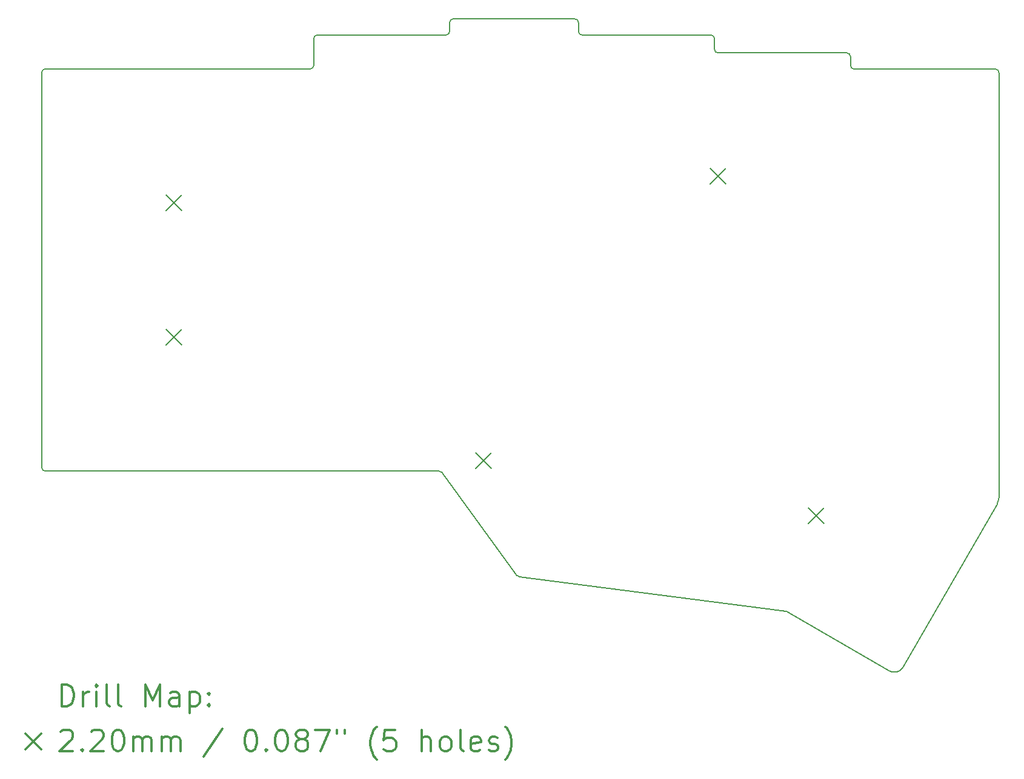
<source format=gbr>
%FSLAX45Y45*%
G04 Gerber Fmt 4.5, Leading zero omitted, Abs format (unit mm)*
G04 Created by KiCad (PCBNEW 5.1.5+dfsg1-2~bpo10+1) date 2020-09-05 17:28:52*
%MOMM*%
%LPD*%
G04 APERTURE LIST*
%TA.AperFunction,Profile*%
%ADD10C,0.150000*%
%TD*%
%ADD11C,0.200000*%
%ADD12C,0.300000*%
G04 APERTURE END LIST*
D10*
X19475000Y-12797500D02*
G75*
G02X19452276Y-12884770I-170224J-2270D01*
G01*
X18129726Y-15178146D02*
G75*
G02X17936925Y-15216096I-115301J77051D01*
G01*
X16442056Y-14377034D02*
G75*
G02X16507500Y-14390000I-33315J-339810D01*
G01*
X18129726Y-15178146D02*
X19452500Y-12885000D01*
X16507500Y-14390000D02*
X17936925Y-15216096D01*
X12775000Y-13900000D02*
X16442056Y-14377034D01*
X12739645Y-13885355D02*
G75*
G03X12775000Y-13900000I35355J35355D01*
G01*
X11685355Y-12439645D02*
X12739645Y-13885355D01*
X17400000Y-6625000D02*
X17400000Y-6750000D01*
X17400000Y-6625000D02*
G75*
G03X17350000Y-6575000I-50000J0D01*
G01*
X17400000Y-6750000D02*
G75*
G03X17450000Y-6800000I50000J0D01*
G01*
X19425000Y-6800000D02*
X17450000Y-6800000D01*
X11685355Y-12439645D02*
G75*
G03X11650000Y-12425000I-35355J-35355D01*
G01*
X6100000Y-12375000D02*
G75*
G03X6150000Y-12425000I50000J0D01*
G01*
X6150000Y-6800000D02*
G75*
G03X6100000Y-6850000I0J-50000D01*
G01*
X9850000Y-6800000D02*
G75*
G03X9900000Y-6750000I0J50000D01*
G01*
X9950000Y-6325000D02*
G75*
G03X9900000Y-6375000I0J-50000D01*
G01*
X11750000Y-6325000D02*
G75*
G03X11800000Y-6275000I0J50000D01*
G01*
X11850000Y-6100000D02*
G75*
G03X11800000Y-6150000I0J-50000D01*
G01*
X13600000Y-6150000D02*
G75*
G03X13550000Y-6100000I-50000J0D01*
G01*
X13600000Y-6275000D02*
G75*
G03X13650000Y-6325000I50000J0D01*
G01*
X15500000Y-6375000D02*
G75*
G03X15450000Y-6325000I-50000J0D01*
G01*
X15500000Y-6525000D02*
G75*
G03X15550000Y-6575000I50000J0D01*
G01*
X19475000Y-6850000D02*
G75*
G03X19425000Y-6800000I-50000J0D01*
G01*
X19475000Y-6850000D02*
X19475000Y-12797500D01*
X11650000Y-12425000D02*
X6149999Y-12425000D01*
X6100000Y-6850000D02*
X6100000Y-12375000D01*
X9850000Y-6800000D02*
X6150000Y-6800000D01*
X9900000Y-6375000D02*
X9900000Y-6750000D01*
X11750000Y-6325000D02*
X9950000Y-6325000D01*
X11800000Y-6150000D02*
X11800000Y-6275000D01*
X13550000Y-6100000D02*
X11850000Y-6100000D01*
X13600000Y-6275000D02*
X13600000Y-6150000D01*
X15450000Y-6325000D02*
X13650000Y-6325000D01*
X15500000Y-6525000D02*
X15500000Y-6375000D01*
X17350000Y-6575000D02*
X15550000Y-6575000D01*
D11*
X16815000Y-12940000D02*
X17035000Y-13160000D01*
X17035000Y-12940000D02*
X16815000Y-13160000D01*
X12165000Y-12165000D02*
X12385000Y-12385000D01*
X12385000Y-12165000D02*
X12165000Y-12385000D01*
X7840000Y-8565000D02*
X8060000Y-8785000D01*
X8060000Y-8565000D02*
X7840000Y-8785000D01*
X15440000Y-8190000D02*
X15660000Y-8410000D01*
X15660000Y-8190000D02*
X15440000Y-8410000D01*
X7840000Y-10440000D02*
X8060000Y-10660000D01*
X8060000Y-10440000D02*
X7840000Y-10660000D01*
D12*
X6378928Y-15712987D02*
X6378928Y-15412987D01*
X6450357Y-15412987D01*
X6493214Y-15427272D01*
X6521786Y-15455844D01*
X6536071Y-15484415D01*
X6550357Y-15541558D01*
X6550357Y-15584415D01*
X6536071Y-15641558D01*
X6521786Y-15670129D01*
X6493214Y-15698701D01*
X6450357Y-15712987D01*
X6378928Y-15712987D01*
X6678928Y-15712987D02*
X6678928Y-15512987D01*
X6678928Y-15570129D02*
X6693214Y-15541558D01*
X6707500Y-15527272D01*
X6736071Y-15512987D01*
X6764643Y-15512987D01*
X6864643Y-15712987D02*
X6864643Y-15512987D01*
X6864643Y-15412987D02*
X6850357Y-15427272D01*
X6864643Y-15441558D01*
X6878928Y-15427272D01*
X6864643Y-15412987D01*
X6864643Y-15441558D01*
X7050357Y-15712987D02*
X7021786Y-15698701D01*
X7007500Y-15670129D01*
X7007500Y-15412987D01*
X7207500Y-15712987D02*
X7178928Y-15698701D01*
X7164643Y-15670129D01*
X7164643Y-15412987D01*
X7550357Y-15712987D02*
X7550357Y-15412987D01*
X7650357Y-15627272D01*
X7750357Y-15412987D01*
X7750357Y-15712987D01*
X8021786Y-15712987D02*
X8021786Y-15555844D01*
X8007500Y-15527272D01*
X7978928Y-15512987D01*
X7921786Y-15512987D01*
X7893214Y-15527272D01*
X8021786Y-15698701D02*
X7993214Y-15712987D01*
X7921786Y-15712987D01*
X7893214Y-15698701D01*
X7878928Y-15670129D01*
X7878928Y-15641558D01*
X7893214Y-15612987D01*
X7921786Y-15598701D01*
X7993214Y-15598701D01*
X8021786Y-15584415D01*
X8164643Y-15512987D02*
X8164643Y-15812987D01*
X8164643Y-15527272D02*
X8193214Y-15512987D01*
X8250357Y-15512987D01*
X8278928Y-15527272D01*
X8293214Y-15541558D01*
X8307500Y-15570129D01*
X8307500Y-15655844D01*
X8293214Y-15684415D01*
X8278928Y-15698701D01*
X8250357Y-15712987D01*
X8193214Y-15712987D01*
X8164643Y-15698701D01*
X8436071Y-15684415D02*
X8450357Y-15698701D01*
X8436071Y-15712987D01*
X8421786Y-15698701D01*
X8436071Y-15684415D01*
X8436071Y-15712987D01*
X8436071Y-15527272D02*
X8450357Y-15541558D01*
X8436071Y-15555844D01*
X8421786Y-15541558D01*
X8436071Y-15527272D01*
X8436071Y-15555844D01*
X5872500Y-16097272D02*
X6092500Y-16317272D01*
X6092500Y-16097272D02*
X5872500Y-16317272D01*
X6364643Y-16071558D02*
X6378928Y-16057272D01*
X6407500Y-16042987D01*
X6478928Y-16042987D01*
X6507500Y-16057272D01*
X6521786Y-16071558D01*
X6536071Y-16100129D01*
X6536071Y-16128701D01*
X6521786Y-16171558D01*
X6350357Y-16342987D01*
X6536071Y-16342987D01*
X6664643Y-16314415D02*
X6678928Y-16328701D01*
X6664643Y-16342987D01*
X6650357Y-16328701D01*
X6664643Y-16314415D01*
X6664643Y-16342987D01*
X6793214Y-16071558D02*
X6807500Y-16057272D01*
X6836071Y-16042987D01*
X6907500Y-16042987D01*
X6936071Y-16057272D01*
X6950357Y-16071558D01*
X6964643Y-16100129D01*
X6964643Y-16128701D01*
X6950357Y-16171558D01*
X6778928Y-16342987D01*
X6964643Y-16342987D01*
X7150357Y-16042987D02*
X7178928Y-16042987D01*
X7207500Y-16057272D01*
X7221786Y-16071558D01*
X7236071Y-16100129D01*
X7250357Y-16157272D01*
X7250357Y-16228701D01*
X7236071Y-16285844D01*
X7221786Y-16314415D01*
X7207500Y-16328701D01*
X7178928Y-16342987D01*
X7150357Y-16342987D01*
X7121786Y-16328701D01*
X7107500Y-16314415D01*
X7093214Y-16285844D01*
X7078928Y-16228701D01*
X7078928Y-16157272D01*
X7093214Y-16100129D01*
X7107500Y-16071558D01*
X7121786Y-16057272D01*
X7150357Y-16042987D01*
X7378928Y-16342987D02*
X7378928Y-16142987D01*
X7378928Y-16171558D02*
X7393214Y-16157272D01*
X7421786Y-16142987D01*
X7464643Y-16142987D01*
X7493214Y-16157272D01*
X7507500Y-16185844D01*
X7507500Y-16342987D01*
X7507500Y-16185844D02*
X7521786Y-16157272D01*
X7550357Y-16142987D01*
X7593214Y-16142987D01*
X7621786Y-16157272D01*
X7636071Y-16185844D01*
X7636071Y-16342987D01*
X7778928Y-16342987D02*
X7778928Y-16142987D01*
X7778928Y-16171558D02*
X7793214Y-16157272D01*
X7821786Y-16142987D01*
X7864643Y-16142987D01*
X7893214Y-16157272D01*
X7907500Y-16185844D01*
X7907500Y-16342987D01*
X7907500Y-16185844D02*
X7921786Y-16157272D01*
X7950357Y-16142987D01*
X7993214Y-16142987D01*
X8021786Y-16157272D01*
X8036071Y-16185844D01*
X8036071Y-16342987D01*
X8621786Y-16028701D02*
X8364643Y-16414415D01*
X9007500Y-16042987D02*
X9036071Y-16042987D01*
X9064643Y-16057272D01*
X9078928Y-16071558D01*
X9093214Y-16100129D01*
X9107500Y-16157272D01*
X9107500Y-16228701D01*
X9093214Y-16285844D01*
X9078928Y-16314415D01*
X9064643Y-16328701D01*
X9036071Y-16342987D01*
X9007500Y-16342987D01*
X8978928Y-16328701D01*
X8964643Y-16314415D01*
X8950357Y-16285844D01*
X8936071Y-16228701D01*
X8936071Y-16157272D01*
X8950357Y-16100129D01*
X8964643Y-16071558D01*
X8978928Y-16057272D01*
X9007500Y-16042987D01*
X9236071Y-16314415D02*
X9250357Y-16328701D01*
X9236071Y-16342987D01*
X9221786Y-16328701D01*
X9236071Y-16314415D01*
X9236071Y-16342987D01*
X9436071Y-16042987D02*
X9464643Y-16042987D01*
X9493214Y-16057272D01*
X9507500Y-16071558D01*
X9521786Y-16100129D01*
X9536071Y-16157272D01*
X9536071Y-16228701D01*
X9521786Y-16285844D01*
X9507500Y-16314415D01*
X9493214Y-16328701D01*
X9464643Y-16342987D01*
X9436071Y-16342987D01*
X9407500Y-16328701D01*
X9393214Y-16314415D01*
X9378928Y-16285844D01*
X9364643Y-16228701D01*
X9364643Y-16157272D01*
X9378928Y-16100129D01*
X9393214Y-16071558D01*
X9407500Y-16057272D01*
X9436071Y-16042987D01*
X9707500Y-16171558D02*
X9678928Y-16157272D01*
X9664643Y-16142987D01*
X9650357Y-16114415D01*
X9650357Y-16100129D01*
X9664643Y-16071558D01*
X9678928Y-16057272D01*
X9707500Y-16042987D01*
X9764643Y-16042987D01*
X9793214Y-16057272D01*
X9807500Y-16071558D01*
X9821786Y-16100129D01*
X9821786Y-16114415D01*
X9807500Y-16142987D01*
X9793214Y-16157272D01*
X9764643Y-16171558D01*
X9707500Y-16171558D01*
X9678928Y-16185844D01*
X9664643Y-16200129D01*
X9650357Y-16228701D01*
X9650357Y-16285844D01*
X9664643Y-16314415D01*
X9678928Y-16328701D01*
X9707500Y-16342987D01*
X9764643Y-16342987D01*
X9793214Y-16328701D01*
X9807500Y-16314415D01*
X9821786Y-16285844D01*
X9821786Y-16228701D01*
X9807500Y-16200129D01*
X9793214Y-16185844D01*
X9764643Y-16171558D01*
X9921786Y-16042987D02*
X10121786Y-16042987D01*
X9993214Y-16342987D01*
X10221786Y-16042987D02*
X10221786Y-16100129D01*
X10336071Y-16042987D02*
X10336071Y-16100129D01*
X10778928Y-16457272D02*
X10764643Y-16442987D01*
X10736071Y-16400129D01*
X10721786Y-16371558D01*
X10707500Y-16328701D01*
X10693214Y-16257272D01*
X10693214Y-16200129D01*
X10707500Y-16128701D01*
X10721786Y-16085844D01*
X10736071Y-16057272D01*
X10764643Y-16014415D01*
X10778928Y-16000129D01*
X11036071Y-16042987D02*
X10893214Y-16042987D01*
X10878928Y-16185844D01*
X10893214Y-16171558D01*
X10921786Y-16157272D01*
X10993214Y-16157272D01*
X11021786Y-16171558D01*
X11036071Y-16185844D01*
X11050357Y-16214415D01*
X11050357Y-16285844D01*
X11036071Y-16314415D01*
X11021786Y-16328701D01*
X10993214Y-16342987D01*
X10921786Y-16342987D01*
X10893214Y-16328701D01*
X10878928Y-16314415D01*
X11407500Y-16342987D02*
X11407500Y-16042987D01*
X11536071Y-16342987D02*
X11536071Y-16185844D01*
X11521786Y-16157272D01*
X11493214Y-16142987D01*
X11450357Y-16142987D01*
X11421786Y-16157272D01*
X11407500Y-16171558D01*
X11721786Y-16342987D02*
X11693214Y-16328701D01*
X11678928Y-16314415D01*
X11664643Y-16285844D01*
X11664643Y-16200129D01*
X11678928Y-16171558D01*
X11693214Y-16157272D01*
X11721786Y-16142987D01*
X11764643Y-16142987D01*
X11793214Y-16157272D01*
X11807500Y-16171558D01*
X11821786Y-16200129D01*
X11821786Y-16285844D01*
X11807500Y-16314415D01*
X11793214Y-16328701D01*
X11764643Y-16342987D01*
X11721786Y-16342987D01*
X11993214Y-16342987D02*
X11964643Y-16328701D01*
X11950357Y-16300129D01*
X11950357Y-16042987D01*
X12221786Y-16328701D02*
X12193214Y-16342987D01*
X12136071Y-16342987D01*
X12107500Y-16328701D01*
X12093214Y-16300129D01*
X12093214Y-16185844D01*
X12107500Y-16157272D01*
X12136071Y-16142987D01*
X12193214Y-16142987D01*
X12221786Y-16157272D01*
X12236071Y-16185844D01*
X12236071Y-16214415D01*
X12093214Y-16242987D01*
X12350357Y-16328701D02*
X12378928Y-16342987D01*
X12436071Y-16342987D01*
X12464643Y-16328701D01*
X12478928Y-16300129D01*
X12478928Y-16285844D01*
X12464643Y-16257272D01*
X12436071Y-16242987D01*
X12393214Y-16242987D01*
X12364643Y-16228701D01*
X12350357Y-16200129D01*
X12350357Y-16185844D01*
X12364643Y-16157272D01*
X12393214Y-16142987D01*
X12436071Y-16142987D01*
X12464643Y-16157272D01*
X12578928Y-16457272D02*
X12593214Y-16442987D01*
X12621786Y-16400129D01*
X12636071Y-16371558D01*
X12650357Y-16328701D01*
X12664643Y-16257272D01*
X12664643Y-16200129D01*
X12650357Y-16128701D01*
X12636071Y-16085844D01*
X12621786Y-16057272D01*
X12593214Y-16014415D01*
X12578928Y-16000129D01*
M02*

</source>
